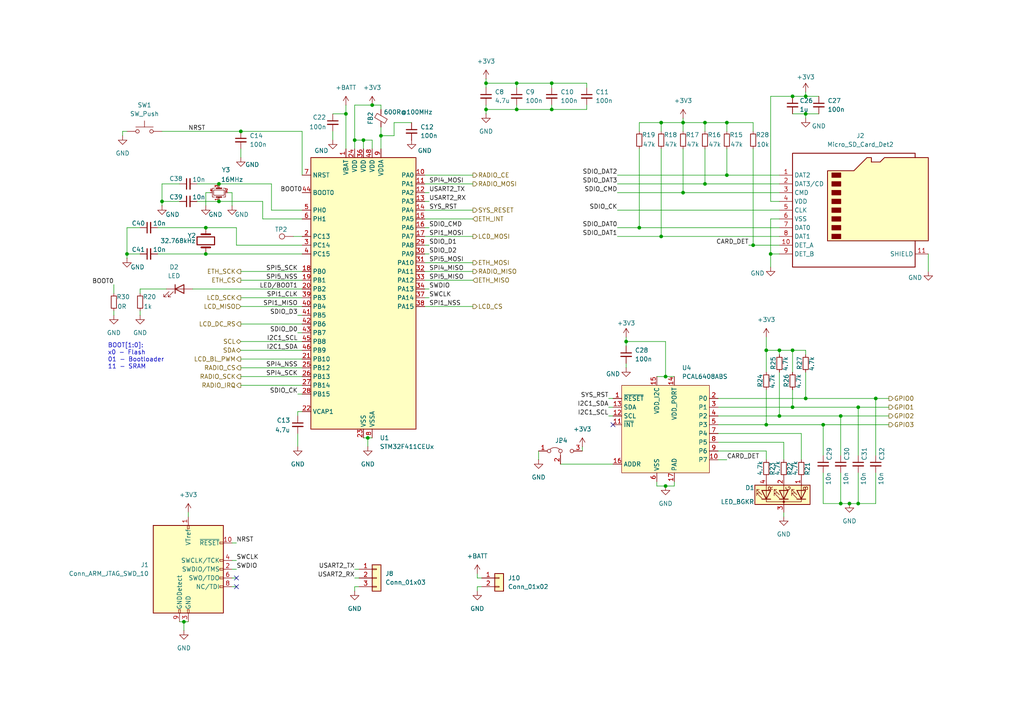
<source format=kicad_sch>
(kicad_sch (version 20231120) (generator "eeschema") (generator_version "8.0")
  (paper "A4")
  (junction (at 204.47 53.34))
  (junction (at 198.12 55.88))
  (junction (at 248.92 118.11))
  (junction (at 229.87 27.94))
  (junction (at 222.25 101.6))
  (junction (at 59.69 66.04))
  (junction (at 105.41 40.64))
  (junction (at 254 115.57))
  (junction (at 246.38 146.05))
  (junction (at 106.68 127))
  (junction (at 63.5 58.42))
  (junction (at 210.82 35.56))
  (junction (at 191.77 35.56))
  (junction (at 198.12 35.56))
  (junction (at 238.76 123.19))
  (junction (at 218.44 71.12))
  (junction (at 110.49 39.37))
  (junction (at 102.87 40.64))
  (junction (at 181.61 99.06))
  (junction (at 46.99 58.42))
  (junction (at 243.84 146.05))
  (junction (at 233.68 115.57))
  (junction (at 233.68 27.94))
  (junction (at 233.68 33.02))
  (junction (at 160.02 31.75))
  (junction (at 222.25 123.19))
  (junction (at 243.84 120.65))
  (junction (at 229.87 101.6))
  (junction (at 63.5 53.34))
  (junction (at 248.92 146.05))
  (junction (at 229.87 118.11))
  (junction (at 204.47 35.56))
  (junction (at 69.85 38.1))
  (junction (at 223.52 73.66))
  (junction (at 226.06 101.6))
  (junction (at 185.42 66.04))
  (junction (at 149.86 24.13))
  (junction (at 193.04 109.22))
  (junction (at 100.33 33.02))
  (junction (at 191.77 68.58))
  (junction (at 160.02 24.13))
  (junction (at 226.06 120.65))
  (junction (at 210.82 50.8))
  (junction (at 140.97 24.13))
  (junction (at 193.04 140.97))
  (junction (at 36.83 73.66))
  (junction (at 149.86 31.75))
  (junction (at 140.97 31.75))
  (junction (at 59.69 73.66))
  (junction (at 53.34 180.34))
  (junction (at 107.95 30.48))
  (no_connect (at 68.58 167.64))
  (no_connect (at 68.58 170.18))
  (no_connect (at 177.8 123.19))
  (wire (pts (xy 179.07 66.04) (xy 185.42 66.04)))
  (wire (pts (xy 46.99 53.34) (xy 52.07 53.34)))
  (wire (pts (xy 238.76 137.16) (xy 238.76 146.05)))
  (wire (pts (xy 226.06 63.5) (xy 223.52 63.5)))
  (wire (pts (xy 254 137.16) (xy 254 146.05)))
  (wire (pts (xy 233.68 102.87) (xy 233.68 101.6)))
  (wire (pts (xy 246.38 146.05) (xy 243.84 146.05)))
  (wire (pts (xy 69.85 101.6) (xy 87.63 101.6)))
  (wire (pts (xy 204.47 35.56) (xy 198.12 35.56)))
  (wire (pts (xy 198.12 35.56) (xy 198.12 38.1)))
  (wire (pts (xy 100.33 33.02) (xy 100.33 43.18)))
  (wire (pts (xy 140.97 24.13) (xy 140.97 25.4)))
  (wire (pts (xy 208.28 120.65) (xy 226.06 120.65)))
  (wire (pts (xy 123.19 76.2) (xy 137.16 76.2)))
  (wire (pts (xy 67.31 170.18) (xy 68.58 170.18)))
  (wire (pts (xy 233.68 107.95) (xy 233.68 115.57)))
  (wire (pts (xy 254 115.57) (xy 257.81 115.57)))
  (wire (pts (xy 195.58 139.7) (xy 195.58 140.97)))
  (wire (pts (xy 208.28 123.19) (xy 222.25 123.19)))
  (wire (pts (xy 123.19 63.5) (xy 137.16 63.5)))
  (wire (pts (xy 193.04 140.97) (xy 195.58 140.97)))
  (wire (pts (xy 46.99 58.42) (xy 46.99 59.69)))
  (wire (pts (xy 110.49 31.75) (xy 110.49 30.48)))
  (wire (pts (xy 179.07 55.88) (xy 198.12 55.88)))
  (wire (pts (xy 114.3 35.56) (xy 114.3 39.37)))
  (wire (pts (xy 60.96 55.88) (xy 59.69 55.88)))
  (wire (pts (xy 223.52 27.94) (xy 223.52 58.42)))
  (wire (pts (xy 57.15 58.42) (xy 63.5 58.42)))
  (wire (pts (xy 78.74 60.96) (xy 78.74 53.34)))
  (wire (pts (xy 229.87 101.6) (xy 226.06 101.6)))
  (wire (pts (xy 229.87 113.03) (xy 229.87 118.11)))
  (wire (pts (xy 160.02 30.48) (xy 160.02 31.75)))
  (wire (pts (xy 123.19 53.34) (xy 137.16 53.34)))
  (wire (pts (xy 85.09 68.58) (xy 87.63 68.58)))
  (wire (pts (xy 248.92 118.11) (xy 248.92 132.08)))
  (wire (pts (xy 54.61 180.34) (xy 53.34 180.34)))
  (wire (pts (xy 105.41 43.18) (xy 105.41 40.64)))
  (wire (pts (xy 67.31 55.88) (xy 67.31 59.69)))
  (wire (pts (xy 233.68 27.94) (xy 237.49 27.94)))
  (wire (pts (xy 191.77 35.56) (xy 185.42 35.56)))
  (wire (pts (xy 198.12 43.18) (xy 198.12 55.88)))
  (wire (pts (xy 193.04 99.06) (xy 181.61 99.06)))
  (wire (pts (xy 36.83 66.04) (xy 40.64 66.04)))
  (wire (pts (xy 226.06 120.65) (xy 243.84 120.65)))
  (wire (pts (xy 210.82 50.8) (xy 226.06 50.8)))
  (wire (pts (xy 123.19 88.9) (xy 137.16 88.9)))
  (wire (pts (xy 227.33 148.59) (xy 227.33 149.86)))
  (wire (pts (xy 107.95 40.64) (xy 105.41 40.64)))
  (wire (pts (xy 36.83 73.66) (xy 36.83 74.93)))
  (wire (pts (xy 156.21 130.81) (xy 156.21 133.35)))
  (wire (pts (xy 229.87 27.94) (xy 233.68 27.94)))
  (wire (pts (xy 238.76 123.19) (xy 257.81 123.19)))
  (wire (pts (xy 40.64 83.82) (xy 40.64 85.09)))
  (wire (pts (xy 69.85 99.06) (xy 87.63 99.06)))
  (wire (pts (xy 63.5 58.42) (xy 76.2 58.42)))
  (wire (pts (xy 176.53 120.65) (xy 177.8 120.65)))
  (wire (pts (xy 105.41 127) (xy 106.68 127)))
  (wire (pts (xy 69.85 109.22) (xy 87.63 109.22)))
  (wire (pts (xy 124.46 73.66) (xy 123.19 73.66)))
  (wire (pts (xy 149.86 25.4) (xy 149.86 24.13)))
  (wire (pts (xy 110.49 39.37) (xy 110.49 43.18)))
  (wire (pts (xy 69.85 38.1) (xy 46.99 38.1)))
  (wire (pts (xy 140.97 31.75) (xy 149.86 31.75)))
  (wire (pts (xy 52.07 58.42) (xy 46.99 58.42)))
  (wire (pts (xy 67.31 165.1) (xy 68.58 165.1)))
  (wire (pts (xy 59.69 66.04) (xy 68.58 66.04)))
  (wire (pts (xy 69.85 111.76) (xy 87.63 111.76)))
  (wire (pts (xy 208.28 125.73) (xy 232.41 125.73)))
  (wire (pts (xy 170.18 30.48) (xy 170.18 31.75)))
  (wire (pts (xy 223.52 27.94) (xy 229.87 27.94)))
  (wire (pts (xy 87.63 63.5) (xy 76.2 63.5)))
  (wire (pts (xy 233.68 33.02) (xy 237.49 33.02)))
  (wire (pts (xy 208.28 133.35) (xy 210.82 133.35)))
  (wire (pts (xy 227.33 128.27) (xy 227.33 133.35)))
  (wire (pts (xy 222.25 107.95) (xy 222.25 101.6)))
  (wire (pts (xy 69.85 88.9) (xy 87.63 88.9)))
  (wire (pts (xy 106.68 129.54) (xy 106.68 127)))
  (wire (pts (xy 149.86 24.13) (xy 140.97 24.13)))
  (wire (pts (xy 218.44 43.18) (xy 218.44 71.12)))
  (wire (pts (xy 223.52 73.66) (xy 226.06 73.66)))
  (wire (pts (xy 46.99 58.42) (xy 46.99 53.34)))
  (wire (pts (xy 243.84 120.65) (xy 257.81 120.65)))
  (wire (pts (xy 233.68 33.02) (xy 233.68 34.29)))
  (wire (pts (xy 36.83 66.04) (xy 36.83 73.66)))
  (wire (pts (xy 138.43 166.37) (xy 138.43 167.64)))
  (wire (pts (xy 102.87 165.1) (xy 104.14 165.1)))
  (wire (pts (xy 67.31 162.56) (xy 68.58 162.56)))
  (wire (pts (xy 238.76 123.19) (xy 238.76 132.08)))
  (wire (pts (xy 208.28 115.57) (xy 233.68 115.57)))
  (wire (pts (xy 110.49 36.83) (xy 110.49 39.37)))
  (wire (pts (xy 233.68 26.67) (xy 233.68 27.94)))
  (wire (pts (xy 176.53 115.57) (xy 177.8 115.57)))
  (wire (pts (xy 87.63 71.12) (xy 68.58 71.12)))
  (wire (pts (xy 254 146.05) (xy 248.92 146.05)))
  (wire (pts (xy 179.07 50.8) (xy 210.82 50.8)))
  (wire (pts (xy 218.44 71.12) (xy 226.06 71.12)))
  (wire (pts (xy 59.69 73.66) (xy 87.63 73.66)))
  (wire (pts (xy 139.7 167.64) (xy 138.43 167.64)))
  (wire (pts (xy 69.85 86.36) (xy 87.63 86.36)))
  (wire (pts (xy 222.25 123.19) (xy 238.76 123.19)))
  (wire (pts (xy 68.58 66.04) (xy 68.58 71.12)))
  (wire (pts (xy 208.28 128.27) (xy 227.33 128.27)))
  (wire (pts (xy 69.85 104.14) (xy 87.63 104.14)))
  (wire (pts (xy 123.19 71.12) (xy 124.46 71.12)))
  (wire (pts (xy 87.63 60.96) (xy 78.74 60.96)))
  (wire (pts (xy 190.5 139.7) (xy 190.5 140.97)))
  (wire (pts (xy 86.36 119.38) (xy 86.36 120.65)))
  (wire (pts (xy 86.36 114.3) (xy 87.63 114.3)))
  (wire (pts (xy 229.87 33.02) (xy 233.68 33.02)))
  (wire (pts (xy 218.44 35.56) (xy 210.82 35.56)))
  (wire (pts (xy 248.92 137.16) (xy 248.92 146.05)))
  (wire (pts (xy 204.47 43.18) (xy 204.47 53.34)))
  (wire (pts (xy 69.85 106.68) (xy 87.63 106.68)))
  (wire (pts (xy 106.68 127) (xy 107.95 127)))
  (wire (pts (xy 170.18 24.13) (xy 170.18 25.4)))
  (wire (pts (xy 232.41 125.73) (xy 232.41 133.35)))
  (wire (pts (xy 67.31 157.48) (xy 68.58 157.48)))
  (wire (pts (xy 40.64 90.17) (xy 40.64 91.44)))
  (wire (pts (xy 119.38 35.56) (xy 114.3 35.56)))
  (wire (pts (xy 59.69 55.88) (xy 59.69 59.69)))
  (wire (pts (xy 149.86 30.48) (xy 149.86 31.75)))
  (wire (pts (xy 33.02 90.17) (xy 33.02 91.44)))
  (wire (pts (xy 149.86 31.75) (xy 160.02 31.75)))
  (wire (pts (xy 254 115.57) (xy 254 132.08)))
  (wire (pts (xy 218.44 38.1) (xy 218.44 35.56)))
  (wire (pts (xy 190.5 109.22) (xy 193.04 109.22)))
  (wire (pts (xy 160.02 24.13) (xy 149.86 24.13)))
  (wire (pts (xy 210.82 35.56) (xy 204.47 35.56)))
  (wire (pts (xy 269.24 73.66) (xy 269.24 78.74)))
  (wire (pts (xy 86.36 91.44) (xy 87.63 91.44)))
  (wire (pts (xy 66.04 55.88) (xy 67.31 55.88)))
  (wire (pts (xy 191.77 35.56) (xy 191.77 38.1)))
  (wire (pts (xy 217.17 71.12) (xy 218.44 71.12)))
  (wire (pts (xy 123.19 81.28) (xy 137.16 81.28)))
  (wire (pts (xy 45.72 66.04) (xy 59.69 66.04)))
  (wire (pts (xy 176.53 118.11) (xy 177.8 118.11)))
  (wire (pts (xy 67.31 167.64) (xy 68.58 167.64)))
  (wire (pts (xy 140.97 22.86) (xy 140.97 24.13)))
  (wire (pts (xy 181.61 97.79) (xy 181.61 99.06)))
  (wire (pts (xy 33.02 82.55) (xy 33.02 85.09)))
  (wire (pts (xy 36.83 73.66) (xy 40.64 73.66)))
  (wire (pts (xy 124.46 86.36) (xy 123.19 86.36)))
  (wire (pts (xy 86.36 96.52) (xy 87.63 96.52)))
  (wire (pts (xy 179.07 53.34) (xy 204.47 53.34)))
  (wire (pts (xy 185.42 35.56) (xy 185.42 38.1)))
  (wire (pts (xy 226.06 101.6) (xy 226.06 102.87)))
  (wire (pts (xy 100.33 30.48) (xy 100.33 33.02)))
  (wire (pts (xy 238.76 146.05) (xy 243.84 146.05)))
  (wire (pts (xy 190.5 140.97) (xy 193.04 140.97)))
  (wire (pts (xy 191.77 43.18) (xy 191.77 68.58)))
  (wire (pts (xy 102.87 30.48) (xy 107.95 30.48)))
  (wire (pts (xy 138.43 170.18) (xy 138.43 171.45)))
  (wire (pts (xy 222.25 113.03) (xy 222.25 123.19)))
  (wire (pts (xy 193.04 109.22) (xy 195.58 109.22)))
  (wire (pts (xy 87.63 119.38) (xy 86.36 119.38)))
  (wire (pts (xy 87.63 50.8) (xy 87.63 38.1)))
  (wire (pts (xy 54.61 148.59) (xy 54.61 149.86)))
  (wire (pts (xy 57.15 53.34) (xy 63.5 53.34)))
  (wire (pts (xy 105.41 40.64) (xy 102.87 40.64)))
  (wire (pts (xy 102.87 167.64) (xy 104.14 167.64)))
  (wire (pts (xy 229.87 118.11) (xy 248.92 118.11)))
  (wire (pts (xy 76.2 63.5) (xy 76.2 58.42)))
  (wire (pts (xy 63.5 53.34) (xy 78.74 53.34)))
  (wire (pts (xy 160.02 25.4) (xy 160.02 24.13)))
  (wire (pts (xy 55.88 83.82) (xy 87.63 83.82)))
  (wire (pts (xy 210.82 38.1) (xy 210.82 35.56)))
  (wire (pts (xy 210.82 43.18) (xy 210.82 50.8)))
  (wire (pts (xy 243.84 120.65) (xy 243.84 132.08)))
  (wire (pts (xy 102.87 30.48) (xy 102.87 40.64)))
  (wire (pts (xy 162.56 134.62) (xy 177.8 134.62)))
  (wire (pts (xy 233.68 101.6) (xy 229.87 101.6)))
  (wire (pts (xy 223.52 73.66) (xy 223.52 77.47)))
  (wire (pts (xy 123.19 50.8) (xy 137.16 50.8)))
  (wire (pts (xy 223.52 63.5) (xy 223.52 73.66)))
  (wire (pts (xy 198.12 55.88) (xy 226.06 55.88)))
  (wire (pts (xy 35.56 39.37) (xy 35.56 38.1)))
  (wire (pts (xy 204.47 35.56) (xy 204.47 38.1)))
  (wire (pts (xy 53.34 180.34) (xy 53.34 182.88)))
  (wire (pts (xy 107.95 30.48) (xy 110.49 30.48)))
  (wire (pts (xy 179.07 60.96) (xy 226.06 60.96)))
  (wire (pts (xy 114.3 39.37) (xy 110.49 39.37)))
  (wire (pts (xy 222.25 101.6) (xy 226.06 101.6)))
  (wire (pts (xy 160.02 24.13) (xy 170.18 24.13)))
  (wire (pts (xy 45.72 73.66) (xy 59.69 73.66)))
  (wire (pts (xy 102.87 170.18) (xy 102.87 171.45)))
  (wire (pts (xy 35.56 38.1) (xy 36.83 38.1)))
  (wire (pts (xy 69.85 78.74) (xy 87.63 78.74)))
  (wire (pts (xy 96.52 33.02) (xy 100.33 33.02)))
  (wire (pts (xy 107.95 43.18) (xy 107.95 40.64)))
  (wire (pts (xy 86.36 125.73) (xy 86.36 129.54)))
  (wire (pts (xy 123.19 58.42) (xy 124.46 58.42)))
  (wire (pts (xy 243.84 146.05) (xy 243.84 137.16)))
  (wire (pts (xy 140.97 31.75) (xy 140.97 33.02)))
  (wire (pts (xy 198.12 34.29) (xy 198.12 35.56)))
  (wire (pts (xy 222.25 133.35) (xy 222.25 130.81)))
  (wire (pts (xy 52.07 180.34) (xy 53.34 180.34)))
  (wire (pts (xy 185.42 66.04) (xy 226.06 66.04)))
  (wire (pts (xy 124.46 66.04) (xy 123.19 66.04)))
  (wire (pts (xy 160.02 31.75) (xy 170.18 31.75)))
  (wire (pts (xy 69.85 81.28) (xy 87.63 81.28)))
  (wire (pts (xy 123.19 83.82) (xy 124.46 83.82)))
  (wire (pts (xy 181.61 99.06) (xy 181.61 100.33)))
  (wire (pts (xy 181.61 105.41) (xy 181.61 106.68)))
  (wire (pts (xy 168.91 129.54) (xy 168.91 130.81)))
  (wire (pts (xy 233.68 115.57) (xy 254 115.57)))
  (wire (pts (xy 69.85 43.18) (xy 69.85 45.72)))
  (wire (pts (xy 123.19 55.88) (xy 124.46 55.88)))
  (wire (pts (xy 139.7 170.18) (xy 138.43 170.18)))
  (wire (pts (xy 104.14 170.18) (xy 102.87 170.18)))
  (wire (pts (xy 226.06 58.42) (xy 223.52 58.42)))
  (wire (pts (xy 204.47 53.34) (xy 226.06 53.34)))
  (wire (pts (xy 87.63 38.1) (xy 69.85 38.1)))
  (wire (pts (xy 191.77 68.58) (xy 226.06 68.58)))
  (wire (pts (xy 123.19 78.74) (xy 137.16 78.74)))
  (wire (pts (xy 96.52 38.1) (xy 96.52 40.64)))
  (wire (pts (xy 140.97 30.48) (xy 140.97 31.75)))
  (wire (pts (xy 222.25 97.79) (xy 222.25 101.6)))
  (wire (pts (xy 198.12 35.56) (xy 191.77 35.56)))
  (wire (pts (xy 179.07 68.58) (xy 191.77 68.58)))
  (wire (pts (xy 40.64 83.82) (xy 48.26 83.82)))
  (wire (pts (xy 69.85 93.98) (xy 87.63 93.98)))
  (wire (pts (xy 248.92 146.05) (xy 246.38 146.05)))
  (wire (pts (xy 226.06 107.95) (xy 226.06 120.65)))
  (wire (pts (xy 123.19 60.96) (xy 137.16 60.96)))
  (wire (pts (xy 193.04 99.06) (xy 193.04 109.22)))
  (wire (pts (xy 185.42 43.18) (xy 185.42 66.04)))
  (wire (pts (xy 123.19 68.58) (xy 137.16 68.58)))
  (wire (pts (xy 229.87 107.95) (xy 229.87 101.6)))
  (wire (pts (xy 208.28 118.11) (xy 229.87 118.11)))
  (wire (pts (xy 248.92 118.11) (xy 257.81 118.11)))
  (wire (pts (xy 222.25 130.81) (xy 208.28 130.81)))
  (wire (pts (xy 102.87 40.64) (xy 102.87 43.18)))
  (text "BOOT[1:0]:\nx0 - Flash\n01 - Bootloader\n11 - SRAM\n" (at 31.242 103.378 0) (effects (font (size 1.27 1.27)) (justify left)))
  (label "SPI5_MOSI" (at 124.46 76.2 0))
  (label "SPI1_NSS" (at 124.46 88.9 0))
  (label "NRST" (at 54.61 38.1 0))
  (label "SWCLK" (at 124.46 86.36 0))
  (label "I2C1_SDA" (at 86.36 101.6 180))
  (label "SDIO_DAT1" (at 179.07 68.58 180))
  (label "SPI4_SCK" (at 86.36 109.22 180))
  (label "BOOT0" (at 87.63 55.88 180))
  (label "SWCLK" (at 68.58 162.56 0))
  (label "SPI4_MISO" (at 124.46 78.74 0))
  (label "BOOT0" (at 33.02 82.55 180))
  (label "USART2_RX" (at 124.46 58.42 0))
  (label "SPI5_MISO" (at 124.46 81.28 0))
  (label "SDIO_CMD" (at 179.07 55.88 180))
  (label "USART2_RX" (at 102.87 167.64 180))
  (label "SDIO_D2" (at 124.46 73.66 0))
  (label "SWDIO" (at 68.58 165.1 0))
  (label "I2C1_SDA" (at 176.53 118.11 180))
  (label "SPI1_MOSI" (at 124.46 68.58 0))
  (label "SPI4_MOSI" (at 124.46 53.34 0))
  (label "SDIO_D3" (at 86.36 91.44 180))
  (label "CARD_DET" (at 217.17 71.12 180))
  (label "SPI4_NSS" (at 86.36 106.68 180))
  (label "I2C1_SCL" (at 176.53 120.65 180))
  (label "SYS_RST" (at 176.53 115.57 180))
  (label "SDIO_DAT3" (at 179.07 53.34 180))
  (label "SYS_RST" (at 124.46 60.96 0))
  (label "SDIO_DAT2" (at 179.07 50.8 180))
  (label "LED{slash}BOOT1" (at 86.36 83.82 180))
  (label "SDIO_D1" (at 124.46 71.12 0))
  (label "USART2_TX" (at 124.46 55.88 0))
  (label "USART2_TX" (at 102.87 165.1 180))
  (label "SPI1_CLK" (at 86.36 86.36 180))
  (label "SPI1_MISO" (at 86.36 88.9 180))
  (label "SWDIO" (at 124.46 83.82 0))
  (label "I2C1_SCL" (at 86.36 99.06 180))
  (label "SDIO_DAT0" (at 179.07 66.04 180))
  (label "CARD_DET" (at 210.82 133.35 0))
  (label "SDIO_CK" (at 179.07 60.96 180))
  (label "SDIO_CMD" (at 124.46 66.04 0))
  (label "NRST" (at 68.58 157.48 0))
  (label "SDIO_D0" (at 86.36 96.52 180))
  (label "SDIO_CK" (at 86.36 114.3 180))
  (label "SPI5_SCK" (at 86.36 78.74 180))
  (label "SPI5_NSS" (at 86.36 81.28 180))
  (hierarchical_label "RADIO_IRQ" (shape output) (at 69.85 111.76 180))
  (hierarchical_label "GPIO1" (shape output) (at 257.81 118.11 0))
  (hierarchical_label "SCL" (shape bidirectional) (at 69.85 99.06 180))
  (hierarchical_label "GPIO2" (shape output) (at 257.81 120.65 0))
  (hierarchical_label "RADIO_SCK" (shape output) (at 69.85 109.22 180))
  (hierarchical_label "LCD_CS" (shape output) (at 137.16 88.9 0))
  (hierarchical_label "LCD_MOSI" (shape output) (at 137.16 68.58 0))
  (hierarchical_label "GPIO0" (shape output) (at 257.81 115.57 0))
  (hierarchical_label "ETH_CS" (shape output) (at 69.85 81.28 180))
  (hierarchical_label "LCD_DC_RS" (shape output) (at 69.85 93.98 180))
  (hierarchical_label "LCD_SCK" (shape output) (at 69.85 86.36 180))
  (hierarchical_label "ETH_SCK" (shape output) (at 69.85 78.74 180))
  (hierarchical_label "ETH_INT" (shape input) (at 137.16 63.5 0))
  (hierarchical_label "GPIO3" (shape output) (at 257.81 123.19 0))
  (hierarchical_label "LCD_BL_PWM" (shape output) (at 69.85 104.14 180))
  (hierarchical_label "LCD_MISO" (shape input) (at 69.85 88.9 180))
  (hierarchical_label "RADIO_CS" (shape output) (at 69.85 106.68 180))
  (hierarchical_label "ETH_MISO" (shape input) (at 137.16 81.28 0))
  (hierarchical_label "RADIO_MISO" (shape output) (at 137.16 78.74 0))
  (hierarchical_label "SDA" (shape bidirectional) (at 69.85 101.6 180))
  (hierarchical_label "ETH_MOSI" (shape output) (at 137.16 76.2 0))
  (hierarchical_label "RADIO_CE" (shape output) (at 137.16 50.8 0))
  (hierarchical_label "RADIO_MOSI" (shape output) (at 137.16 53.34 0))
  (hierarchical_label "SYS_RESET" (shape output) (at 137.16 60.96 0))
  (symbol (lib_id "Device:C_Small") (at 229.87 30.48 0) (unit 1)
    (property "Reference" "C26" (at 231.902 29.21 0) (effects (justify left)))
    (property "Value" "1u" (at 231.902 31.75 0) (effects (justify left)))
    (property "Footprint" "Capacitor_SMD:C_0603_1608Metric" (effects (hide yes)))
    (property "Description" "Unpolarized capacitor, small symbol" (effects (hide yes)))
  )
  (symbol (lib_id "power:GND") (at 40.64 91.44 0) (unit 1)
    (property "Reference" "#PWR55" (effects (hide yes)))
    (property "Value" "GND" (at 40.64 96.52 0))
    (property "Description" "Power symbol creates a global label with name \"GND\" , ground" (effects (hide yes)))
  )
  (symbol (lib_id "Device:R_Small") (at 33.02 87.63 0) (unit 1)
    (property "Reference" "R30" (at 33.782 86.106 0) (effects (justify left)))
    (property "Value" "0R" (at 34.036 88.9 0) (effects (justify left)))
    (property "Footprint" "Resistor_SMD:R_0603_1608Metric" (effects (hide yes)))
    (property "Description" "Resistor, small symbol" (effects (hide yes)))
  )
  (symbol (lib_id "Device:C_Small") (at 160.02 27.94 0) (unit 1)
    (property "Reference" "C10" (at 162.56 26.6762 0) (effects (justify left)))
    (property "Value" "100n" (at 162.56 29.2162 0) (effects (justify left)))
    (property "Footprint" "Capacitor_SMD:C_0603_1608Metric" (effects (hide yes)))
    (property "Description" "Unpolarized capacitor, small symbol" (effects (hide yes)))
  )
  (symbol (lib_id "power:GND") (at 46.99 59.69 0) (unit 1)
    (property "Reference" "#PWR82" (effects (hide yes)))
    (property "Value" "GND" (at 50.038 62.23 0))
    (property "Description" "Power symbol creates a global label with name \"GND\" , ground" (effects (hide yes)))
  )
  (symbol (lib_id "Device:R_Small") (at 40.64 87.63 0) (unit 1)
    (property "Reference" "R20" (at 41.402 86.106 0) (effects (justify left)))
    (property "Value" "1k" (at 41.656 88.9 0) (effects (justify left)))
    (property "Footprint" "Resistor_SMD:R_0603_1608Metric" (effects (hide yes)))
    (property "Description" "Resistor, small symbol" (effects (hide yes)))
  )
  (symbol (lib_id "power:GND") (at 67.31 59.69 0) (unit 1)
    (property "Reference" "#PWR83" (effects (hide yes)))
    (property "Value" "GND" (at 70.104 62.23 0))
    (property "Description" "Power symbol creates a global label with name \"GND\" , ground" (effects (hide yes)))
  )
  (symbol (lib_id "power:GND") (at 269.24 78.74 0) (unit 1)
    (property "Reference" "#PWR51" (effects (hide yes)))
    (property "Value" "GND" (at 265.43 80.518 0))
    (property "Description" "Power symbol creates a global label with name \"GND\" , ground" (effects (hide yes)))
  )
  (symbol (lib_id "Device:R_Small") (at 229.87 110.49 180) (unit 1)
    (property "Reference" "R26" (at 228.092 108.458 90) (effects (justify left)))
    (property "Value" "4.7k" (at 231.648 108.458 90) (effects (justify left)))
    (property "Footprint" "Resistor_SMD:R_0603_1608Metric" (effects (hide yes)))
    (property "Description" "Resistor, small symbol" (effects (hide yes)))
  )
  (symbol (lib_id "Device:R_Small") (at 218.44 40.64 0) (unit 1)
    (property "Reference" "R28" (at 219.202 39.116 0) (effects (justify left)))
    (property "Value" "10k" (at 219.456 41.91 0) (effects (justify left)))
    (property "Footprint" "Resistor_SMD:R_0603_1608Metric" (effects (hide yes)))
    (property "Description" "Resistor, small symbol" (effects (hide yes)))
  )
  (symbol (lib_id "power:+BATT") (at 138.43 166.37 0) (unit 1)
    (property "Reference" "#PWR88" (effects (hide yes)))
    (property "Value" "+BATT" (at 138.43 161.29 0))
    (property "Description" "Power symbol creates a global label with name \"+BATT\"" (effects (hide yes)))
  )
  (symbol (lib_id "power:+3V3") (at 222.25 97.79 0) (unit 1)
    (property "Reference" "#PWR58" (effects (hide yes)))
    (property "Value" "+3V3" (at 222.25 92.71 0))
    (property "Description" "Power symbol creates a global label with name \"+3V3\"" (effects (hide yes)))
  )
  (symbol (lib_id "power:GND") (at 119.38 40.64 0) (unit 1)
    (property "Reference" "#PWR32" (effects (hide yes)))
    (property "Value" "GND" (at 123.19 43.688 0))
    (property "Description" "Power symbol creates a global label with name \"GND\" , ground" (effects (hide yes)))
  )
  (symbol (lib_id "Device:C_Small") (at 254 134.62 0) (unit 1)
    (property "Reference" "C32" (at 255.778 133.604 90) (effects (justify left)))
    (property "Value" "10n" (at 255.524 140.716 90) (effects (justify left)))
    (property "Footprint" "Capacitor_SMD:C_0603_1608Metric" (effects (hide yes)))
    (property "Description" "Unpolarized capacitor, small symbol" (effects (hide yes)))
  )
  (symbol (lib_id "sensor-hub-lib:PCAL6408ABS") (at 193.04 124.46 0) (unit 1)
    (property "Reference" "U4" (at 197.7741 106.68 0) (effects (justify left)))
    (property "Value" "PCAL6408ABS" (at 197.7741 109.22 0) (effects (justify left)))
    (property "Footprint" "Package_DFN_QFN:QFN-16-1EP_3x3mm_P0.5mm_EP1.45x1.45mm" (effects (hide yes)))
  )
  (symbol (lib_id "Device:C_Small") (at 181.61 102.87 0) (unit 1)
    (property "Reference" "C28" (at 184.15 101.6062 0) (effects (justify left)))
    (property "Value" "100n" (at 184.15 104.1462 0) (effects (justify left)))
    (property "Footprint" "Capacitor_SMD:C_0603_1608Metric" (effects (hide yes)))
    (property "Description" "Unpolarized capacitor, small symbol" (effects (hide yes)))
  )
  (symbol (lib_id "Device:C_Small") (at 243.84 134.62 0) (unit 1)
    (property "Reference" "C30" (at 245.618 133.604 90) (effects (justify left)))
    (property "Value" "10n" (at 245.364 140.716 90) (effects (justify left)))
    (property "Footprint" "Capacitor_SMD:C_0603_1608Metric" (effects (hide yes)))
    (property "Description" "Unpolarized capacitor, small symbol" (effects (hide yes)))
  )
  (symbol (lib_id "Device:C_Small") (at 54.61 53.34 90) (unit 1)
    (property "Reference" "C38" (at 51.054 51.816 90))
    (property "Value" "10n" (at 57.658 52.07 90))
    (property "Footprint" "Capacitor_SMD:C_0603_1608Metric" (effects (hide yes)))
    (property "Description" "Unpolarized capacitor, small symbol" (effects (hide yes)))
  )
  (symbol (lib_id "power:+BATT") (at 100.33 30.48 0) (unit 1)
    (property "Reference" "#PWR33" (effects (hide yes)))
    (property "Value" "+BATT" (at 100.33 25.4 0))
    (property "Description" "Power symbol creates a global label with name \"+BATT\"" (effects (hide yes)))
  )
  (symbol (lib_id "Device:C_Small") (at 149.86 27.94 0) (unit 1)
    (property "Reference" "C9" (at 152.4 26.6762 0) (effects (justify left)))
    (property "Value" "100n" (at 152.4 29.2162 0) (effects (justify left)))
    (property "Footprint" "Capacitor_SMD:C_0603_1608Metric" (effects (hide yes)))
    (property "Description" "Unpolarized capacitor, small symbol" (effects (hide yes)))
  )
  (symbol (lib_id "power:GND") (at 96.52 40.64 0) (unit 1)
    (property "Reference" "#PWR34" (effects (hide yes)))
    (property "Value" "GND" (at 93.218 43.688 0))
    (property "Description" "Power symbol creates a global label with name \"GND\" , ground" (effects (hide yes)))
  )
  (symbol (lib_id "power:GND") (at 233.68 34.29 0) (unit 1)
    (property "Reference" "#PWR48" (effects (hide yes)))
    (property "Value" "GND" (at 237.49 36.576 0))
    (property "Description" "Power symbol creates a global label with name \"GND\" , ground" (effects (hide yes)))
  )
  (symbol (lib_id "power:GND") (at 106.68 129.54 0) (unit 1)
    (property "Reference" "#PWR7" (effects (hide yes)))
    (property "Value" "GND" (at 106.68 134.62 0))
    (property "Description" "Power symbol creates a global label with name \"GND\" , ground" (effects (hide yes)))
  )
  (symbol (lib_id "power:GND") (at 138.43 171.45 0) (unit 1)
    (property "Reference" "#PWR87" (effects (hide yes)))
    (property "Value" "GND" (at 138.43 176.53 0))
    (property "Description" "Power symbol creates a global label with name \"GND\" , ground" (effects (hide yes)))
  )
  (symbol (lib_id "Device:LED") (at 52.07 83.82 0) (unit 1)
    (property "Reference" "D2" (at 50.4825 77.47 0))
    (property "Value" "LED" (at 50.4825 80.01 0))
    (property "Footprint" "LED_SMD:LED_0603_1608Metric" (effects (hide yes)))
    (property "Description" "Light emitting diode" (effects (hide yes)))
  )
  (symbol (lib_id "power:+3V3") (at 168.91 129.54 0) (unit 1)
    (property "Reference" "#PWR52" (effects (hide yes)))
    (property "Value" "+3V3" (at 168.91 124.46 0))
    (property "Description" "Power symbol creates a global label with name \"+3V3\"" (effects (hide yes)))
  )
  (symbol (lib_id "Device:R_Small") (at 185.42 40.64 0) (unit 1)
    (property "Reference" "R19" (at 186.182 39.116 0) (effects (justify left)))
    (property "Value" "47k" (at 186.436 41.91 0) (effects (justify left)))
    (property "Footprint" "Resistor_SMD:R_0603_1608Metric" (effects (hide yes)))
    (property "Description" "Resistor, small symbol" (effects (hide yes)))
  )
  (symbol (lib_id "Device:C_Small") (at 43.18 66.04 90) (unit 1)
    (property "Reference" "C40" (at 40.132 64.77 90))
    (property "Value" "10n" (at 46.228 64.77 90))
    (property "Footprint" "Capacitor_SMD:C_0603_1608Metric" (effects (hide yes)))
    (property "Description" "Unpolarized capacitor, small symbol" (effects (hide yes)))
  )
  (symbol (lib_id "Device:C_Small") (at 248.92 134.62 0) (unit 1)
    (property "Reference" "C31" (at 250.698 133.604 90) (effects (justify left)))
    (property "Value" "10n" (at 250.444 140.716 90) (effects (justify left)))
    (property "Footprint" "Capacitor_SMD:C_0603_1608Metric" (effects (hide yes)))
    (property "Description" "Unpolarized capacitor, small symbol" (effects (hide yes)))
  )
  (symbol (lib_id "Device:C_Small") (at 43.18 73.66 90) (unit 1)
    (property "Reference" "C41" (at 40.132 72.39 90))
    (property "Value" "10n" (at 46.228 72.39 90))
    (property "Footprint" "Capacitor_SMD:C_0603_1608Metric" (effects (hide yes)))
    (property "Description" "Unpolarized capacitor, small symbol" (effects (hide yes)))
  )
  (symbol (lib_id "Connector:Micro_SD_Card_Det2") (at 248.92 60.96 0) (unit 1)
    (property "Reference" "J2" (at 249.555 39.37 0))
    (property "Value" "Micro_SD_Card_Det2" (at 249.555 41.91 0))
    (property "Footprint" "sensor-hub-footprints:MicroSD_Det2" (effects (hide yes)))
    (property "Datasheet" "https://www.hirose.com/en/product/document?clcode=&productname=&series=DM3&documenttype=Catalog&lang=en&documentid=D49662_en" (effects (hide yes)))
    (property "Description" "Micro SD Card Socket with two card detection pins" (effects (hide yes)))
  )
  (symbol (lib_id "power:GND") (at 35.56 39.37 0) (unit 1)
    (property "Reference" "#PWR14" (effects (hide yes)))
    (property "Value" "GND" (at 35.56 44.45 0))
    (property "Description" "Power symbol creates a global label with name \"GND\" , ground" (effects (hide yes)))
  )
  (symbol (lib_id "Device:Crystal") (at 59.69 69.85 270) (unit 1)
    (property "Reference" "Y2" (at 54.356 68.326 90) (effects (justify left)))
    (property "Value" "32.768kHz" (at 46.482 69.85 90) (effects (justify left)))
    (property "Footprint" "Crystal:Crystal_SMD_3215-2Pin_3.2x1.5mm" (effects (hide yes)))
    (property "Description" "Two pin crystal" (effects (hide yes)))
  )
  (symbol (lib_id "Device:R_Small") (at 233.68 105.41 180) (unit 1)
    (property "Reference" "R27" (at 231.902 103.378 90) (effects (justify left)))
    (property "Value" "4.7k" (at 235.458 103.378 90) (effects (justify left)))
    (property "Footprint" "Resistor_SMD:R_0603_1608Metric" (effects (hide yes)))
    (property "Description" "Resistor, small symbol" (effects (hide yes)))
  )
  (symbol (lib_id "Connector_Generic:Conn_01x03") (at 109.22 167.64 0) (unit 1)
    (property "Reference" "J8" (at 111.76 166.3699 0) (effects (justify left)))
    (property "Value" "Conn_01x03" (at 111.76 168.9099 0) (effects (justify left)))
    (property "Footprint" "Connector_PinHeader_2.54mm:PinHeader_1x03_P2.54mm_Vertical" (effects (hide yes)))
    (property "Description" "Generic connector, single row, 01x03, script generated (kicad-library-utils/schlib/autogen/connector/)" (effects (hide yes)))
  )
  (symbol (lib_id "Device:C_Small") (at 54.61 58.42 90) (unit 1)
    (property "Reference" "C39" (at 51.054 57.15 90))
    (property "Value" "10n" (at 57.658 57.15 90))
    (property "Footprint" "Capacitor_SMD:C_0603_1608Metric" (effects (hide yes)))
    (property "Description" "Unpolarized capacitor, small symbol" (effects (hide yes)))
  )
  (symbol (lib_id "power:GND") (at 246.38 146.05 0) (unit 1)
    (property "Reference" "#PWR59" (effects (hide yes)))
    (property "Value" "GND" (at 246.38 151.13 0))
    (property "Description" "Power symbol creates a global label with name \"GND\" , ground" (effects (hide yes)))
  )
  (symbol (lib_id "power:GND") (at 59.69 59.69 0) (unit 1)
    (property "Reference" "#PWR84" (effects (hide yes)))
    (property "Value" "GND" (at 62.484 62.23 0))
    (property "Description" "Power symbol creates a global label with name \"GND\" , ground" (effects (hide yes)))
  )
  (symbol (lib_id "Device:C_Small") (at 170.18 27.94 0) (unit 1)
    (property "Reference" "C11" (at 172.72 26.6762 0) (effects (justify left)))
    (property "Value" "100n" (at 172.72 29.2162 0) (effects (justify left)))
    (property "Footprint" "Capacitor_SMD:C_0603_1608Metric" (effects (hide yes)))
    (property "Description" "Unpolarized capacitor, small symbol" (effects (hide yes)))
  )
  (symbol (lib_id "power:GND") (at 193.04 140.97 0) (unit 1)
    (property "Reference" "#PWR50" (effects (hide yes)))
    (property "Value" "GND" (at 193.04 146.05 0))
    (property "Description" "Power symbol creates a global label with name \"GND\" , ground" (effects (hide yes)))
  )
  (symbol (lib_id "Jumper:Jumper_3_Bridged12") (at 162.56 130.81 0) (unit 1) (exclude_from_sim yes) (in_bom no)
    (property "Reference" "JP4" (at 162.814 127.762 0))
    (property "Value" "~" (at 162.56 128.27 0))
    (property "Footprint" "Jumper:SolderJumper-3_P1.3mm_Bridged12_RoundedPad1.0x1.5mm" (effects (hide yes)))
    (property "Description" "Jumper, 3-pole, pins 1+2 closed/bridged" (effects (hide yes)))
  )
  (symbol (lib_id "Device:C_Small") (at 86.36 123.19 0) (unit 1)
    (property "Reference" "C13" (at 80.264 121.92 0) (effects (justify left)))
    (property "Value" "4.7u" (at 79.756 124.714 0) (effects (justify left)))
    (property "Footprint" "Capacitor_SMD:C_0603_1608Metric" (effects (hide yes)))
    (property "Description" "Unpolarized capacitor, small symbol" (effects (hide yes)))
  )
  (symbol (lib_id "Device:R_Small") (at 227.33 135.89 0) (unit 1)
    (property "Reference" "R22" (at 229.108 137.922 90) (effects (justify left)))
    (property "Value" "4.7k" (at 225.552 137.922 90) (effects (justify left)))
    (property "Footprint" "Resistor_SMD:R_0603_1608Metric" (effects (hide yes)))
    (property "Description" "Resistor, small symbol" (effects (hide yes)))
  )
  (symbol (lib_id "Device:C_Small") (at 96.52 35.56 0) (unit 1)
    (property "Reference" "C22" (at 90.678 34.036 0) (effects (justify left)))
    (property "Value" "100n" (at 89.662 36.83 0) (effects (justify left)))
    (property "Footprint" "Capacitor_SMD:C_0603_1608Metric" (effects (hide yes)))
    (property "Description" "Unpolarized capacitor, small symbol" (effects (hide yes)))
  )
  (symbol (lib_id "Connector_Generic:Conn_01x02") (at 144.78 167.64 0) (unit 1)
    (property "Reference" "J10" (at 147.32 167.6399 0) (effects (justify left)))
    (property "Value" "Conn_01x02" (at 147.32 170.1799 0) (effects (justify left)))
    (property "Footprint" "Battery:BatteryHolder_MYOUNG_BS-07-A1BJ001_CR2032" (effects (hide yes)))
    (property "Description" "Generic connector, single row, 01x02, script generated (kicad-library-utils/schlib/autogen/connector/)" (effects (hide yes)))
  )
  (symbol (lib_id "Device:R_Small") (at 191.77 40.64 0) (unit 1)
    (property "Reference" "R18" (at 192.532 39.116 0) (effects (justify left)))
    (property "Value" "47k" (at 192.786 41.91 0) (effects (justify left)))
    (property "Footprint" "Resistor_SMD:R_0603_1608Metric" (effects (hide yes)))
    (property "Description" "Resistor, small symbol" (effects (hide yes)))
  )
  (symbol (lib_id "power:GND") (at 181.61 106.68 0) (unit 1)
    (property "Reference" "#PWR57" (effects (hide yes)))
    (property "Value" "GND" (at 177.8 108.458 0))
    (property "Description" "Power symbol creates a global label with name \"GND\" , ground" (effects (hide yes)))
  )
  (symbol (lib_id "power:GND") (at 156.21 133.35 0) (unit 1)
    (property "Reference" "#PWR53" (effects (hide yes)))
    (property "Value" "GND" (at 156.21 138.43 0))
    (property "Description" "Power symbol creates a global label with name \"GND\" , ground" (effects (hide yes)))
  )
  (symbol (lib_id "power:GND") (at 86.36 129.54 0) (unit 1)
    (property "Reference" "#PWR10" (effects (hide yes)))
    (property "Value" "GND" (at 86.36 134.62 0))
    (property "Description" "Power symbol creates a global label with name \"GND\" , ground" (effects (hide yes)))
  )
  (symbol (lib_id "Device:C_Small") (at 119.38 38.1 0) (unit 1)
    (property "Reference" "C12" (at 121.92 36.8362 0) (effects (justify left)))
    (property "Value" "100n" (at 121.92 39.3762 0) (effects (justify left)))
    (property "Footprint" "Capacitor_SMD:C_0603_1608Metric" (effects (hide yes)))
    (property "Description" "Unpolarized capacitor, small symbol" (effects (hide yes)))
  )
  (symbol (lib_id "power:+3V3") (at 107.95 30.48 0) (unit 1)
    (property "Reference" "#PWR12" (effects (hide yes)))
    (property "Value" "+3V3" (at 107.95 25.4 0))
    (property "Description" "Power symbol creates a global label with name \"+3V3\"" (effects (hide yes)))
  )
  (symbol (lib_id "power:GND") (at 53.34 182.88 0) (unit 1)
    (property "Reference" "#PWR8" (effects (hide yes)))
    (property "Value" "GND" (at 53.34 187.96 0))
    (property "Description" "Power symbol creates a global label with name \"GND\" , ground" (effects (hide yes)))
  )
  (symbol (lib_id "Connector:Conn_ARM_JTAG_SWD_10") (at 54.61 165.1 0) (unit 1)
    (property "Reference" "J1" (at 43.18 163.8299 0) (effects (justify right)))
    (property "Value" "Conn_ARM_JTAG_SWD_10" (at 43.18 166.3699 0) (effects (justify right)))
    (property "Footprint" "Connector_PinHeader_1.27mm:PinHeader_2x05_P1.27mm_Vertical_SMD" (effects (hide yes)))
    (property "Datasheet" "http://infocenter.arm.com/help/topic/com.arm.doc.ddi0314h/DDI0314H_coresight_components_trm.pdf" (effects (hide yes)))
    (property "Description" "Cortex Debug Connector, standard ARM Cortex-M SWD and JTAG interface" (effects (hide yes)))
  )
  (symbol (lib_id "Device:C_Small") (at 238.76 134.62 0) (unit 1)
    (property "Reference" "C29" (at 240.538 133.604 90) (effects (justify left)))
    (property "Value" "10n" (at 240.284 140.716 90) (effects (justify left)))
    (property "Footprint" "Capacitor_SMD:C_0603_1608Metric" (effects (hide yes)))
    (property "Description" "Unpolarized capacitor, small symbol" (effects (hide yes)))
  )
  (symbol (lib_id "power:+3V3") (at 198.12 34.29 0) (unit 1)
    (property "Reference" "#PWR47" (effects (hide yes)))
    (property "Value" "+3V3" (at 198.12 29.21 0))
    (property "Description" "Power symbol creates a global label with name \"+3V3\"" (effects (hide yes)))
  )
  (symbol (lib_id "Device:C_Small") (at 237.49 30.48 0) (unit 1)
    (property "Reference" "C27" (at 240.03 29.2162 0) (effects (justify left)))
    (property "Value" "100n" (at 240.03 31.7562 0) (effects (justify left)))
    (property "Footprint" "Capacitor_SMD:C_0603_1608Metric" (effects (hide yes)))
    (property "Description" "Unpolarized capacitor, small symbol" (effects (hide yes)))
  )
  (symbol (lib_id "power:GND") (at 36.83 74.93 0) (unit 1)
    (property "Reference" "#PWR86" (effects (hide yes)))
    (property "Value" "GND" (at 39.878 77.47 0))
    (property "Description" "Power symbol creates a global label with name \"GND\" , ground" (effects (hide yes)))
  )
  (symbol (lib_id "Device:R_Small") (at 222.25 110.49 180) (unit 1)
    (property "Reference" "R24" (at 220.472 108.458 90) (effects (justify left)))
    (property "Value" "4.7k" (at 224.028 108.458 90) (effects (justify left)))
    (property "Footprint" "Resistor_SMD:R_0603_1608Metric" (effects (hide yes)))
    (property "Description" "Resistor, small symbol" (effects (hide yes)))
  )
  (symbol (lib_id "Device:FerriteBead_Small") (at 110.49 34.29 180) (unit 1)
    (property "Reference" "FB2" (at 107.442 34.29 90))
    (property "Value" "600R@100MHz" (at 118.364 32.512 0))
    (property "Footprint" "Inductor_SMD:L_0603_1608Metric" (effects (hide yes)))
    (property "Description" "Ferrite bead, small symbol" (effects (hide yes)))
  )
  (symbol (lib_id "power:+3V3") (at 54.61 148.59 0) (unit 1)
    (property "Reference" "#PWR13" (effects (hide yes)))
    (property "Value" "+3V3" (at 54.61 143.51 0))
    (property "Description" "Power symbol creates a global label with name \"+3V3\"" (effects (hide yes)))
  )
  (symbol (lib_id "Device:C_Small") (at 69.85 40.64 0) (unit 1)
    (property "Reference" "C14" (at 72.39 39.3762 0) (effects (justify left)))
    (property "Value" "100n" (at 72.39 41.9162 0) (effects (justify left)))
    (property "Footprint" "Capacitor_SMD:C_0603_1608Metric" (effects (hide yes)))
    (property "Description" "Unpolarized capacitor, small symbol" (effects (hide yes)))
  )
  (symbol (lib_id "power:GND") (at 140.97 33.02 0) (unit 1)
    (property "Reference" "#PWR11" (effects (hide yes)))
    (property "Value" "GND" (at 140.97 38.1 0))
    (property "Description" "Power symbol creates a global label with name \"GND\" , ground" (effects (hide yes)))
  )
  (symbol (lib_id "power:GND") (at 33.02 91.44 0) (unit 1)
    (property "Reference" "#PWR61" (effects (hide yes)))
    (property "Value" "GND" (at 33.02 96.52 0))
    (property "Description" "Power symbol creates a global label with name \"GND\" , ground" (effects (hide yes)))
  )
  (symbol (lib_id "power:GND") (at 227.33 149.86 0) (unit 1)
    (property "Reference" "#PWR54" (effects (hide yes)))
    (property "Value" "GND" (at 227.33 154.94 0))
    (property "Description" "Power symbol creates a global label with name \"GND\" , ground" (effects (hide yes)))
  )
  (symbol (lib_id "Device:R_Small") (at 198.12 40.64 0) (unit 1)
    (property "Reference" "R17" (at 198.882 39.116 0) (effects (justify left)))
    (property "Value" "47k" (at 199.136 41.91 0) (effects (justify left)))
    (property "Footprint" "Resistor_SMD:R_0603_1608Metric" (effects (hide yes)))
    (property "Description" "Resistor, small symbol" (effects (hide yes)))
  )
  (symbol (lib_id "Device:R_Small") (at 226.06 105.41 180) (unit 1)
    (property "Reference" "R25" (at 224.282 103.378 90) (effects (justify left)))
    (property "Value" "4.7k" (at 227.838 103.378 90) (effects (justify left)))
    (property "Footprint" "Resistor_SMD:R_0603_1608Metric" (effects (hide yes)))
    (property "Description" "Resistor, small symbol" (effects (hide yes)))
  )
  (symbol (lib_id "Device:R_Small") (at 222.25 135.89 0) (unit 1)
    (property "Reference" "R23" (at 224.028 137.922 90) (effects (justify left)))
    (property "Value" "4.7k" (at 220.472 137.922 90) (effects (justify left)))
    (property "Footprint" "Resistor_SMD:R_0603_1608Metric" (effects (hide yes)))
    (property "Description" "Resistor, small symbol" (effects (hide yes)))
  )
  (symbol (lib_id "Device:R_Small") (at 204.47 40.64 0) (unit 1)
    (property "Reference" "R16" (at 205.232 39.116 0) (effects (justify left)))
    (property "Value" "47k" (at 205.486 41.91 0) (effects (justify left)))
    (property "Footprint" "Resistor_SMD:R_0603_1608Metric" (effects (hide yes)))
    (property "Description" "Resistor, small symbol" (effects (hide yes)))
  )
  (symbol (lib_id "power:+3V3") (at 140.97 22.86 0) (unit 1)
    (property "Reference" "#PWR9" (effects (hide yes)))
    (property "Value" "+3V3" (at 140.97 17.78 0))
    (property "Description" "Power symbol creates a global label with name \"+3V3\"" (effects (hide yes)))
  )
  (symbol (lib_id "power:GND") (at 223.52 77.47 0) (unit 1)
    (property "Reference" "#PWR42" (effects (hide yes)))
    (property "Value" "GND" (at 219.71 79.248 0))
    (property "Description" "Power symbol creates a global label with name \"GND\" , ground" (effects (hide yes)))
  )
  (symbol (lib_id "MCU_ST_STM32F4:STM32F411CEUx") (at 105.41 86.36 0) (unit 1)
    (property "Reference" "U1" (at 110.1441 127 0) (effects (justify left)))
    (property "Value" "STM32F411CEUx" (at 110.1441 129.54 0) (effects (justify left)))
    (property "Footprint" "Package_DFN_QFN:QFN-48-1EP_7x7mm_P0.5mm_EP5.6x5.6mm" (effects (hide yes)))
    (property "Datasheet" "https://www.st.com/resource/en/datasheet/stm32f411ce.pdf" (effects (hide yes)))
    (property "Description" "STMicroelectronics Arm Cortex-M4 MCU, 512KB flash, 128KB RAM, 100 MHz, 1.7-3.6V, 36 GPIO, UFQFPN48" (effects (hide yes)))
  )
  (symbol (lib_id "power:+3V3") (at 233.68 26.67 0) (unit 1)
    (property "Reference" "#PWR43" (effects (hide yes)))
    (property "Value" "+3V3" (at 233.68 22.352 0))
    (property "Description" "Power symbol creates a global label with name \"+3V3\"" (effects (hide yes)))
  )
  (symbol (lib_id "Device:LED_BGKR") (at 227.33 143.51 90) (unit 1)
    (property "Reference" "D1" (at 216.154 141.478 90) (effects (justify right)))
    (property "Value" "LED_BGKR" (at 209.042 145.542 90) (effects (justify right)))
    (property "Footprint" "LED_SMD:LED_Cree-PLCC4_3.2x2.8mm_CCW" (effects (hide yes)))
    (property "Description" "RGB LED, blue/green/cathode/red" (effects (hide yes)))
  )
  (symbol (lib_id "power:+3V3") (at 181.61 97.79 0) (unit 1)
    (property "Reference" "#PWR56" (effects (hide yes)))
    (property "Value" "+3V3" (at 181.61 93.726 0))
    (property "Description" "Power symbol creates a global label with name \"+3V3\"" (effects (hide yes)))
  )
  (symbol (lib_id "power:GND") (at 69.85 45.72 0) (unit 1)
    (property "Reference" "#PWR15" (effects (hide yes)))
    (property "Value" "GND" (at 73.152 47.752 0))
    (property "Description" "Power symbol creates a global label with name \"GND\" , ground" (effects (hide yes)))
  )
  (symbol (lib_id "Connector:TestPoint") (at 85.09 68.58 90) (unit 1)
    (property "Reference" "TP2" (at 81.534 66.548 90))
    (property "Value" "TestPoint" (effects (hide yes)))
    (property "Footprint" "TestPoint:TestPoint_Pad_D1.0mm" (effects (hide yes)))
    (property "Description" "test point" (effects (hide yes)))
  )
  (symbol (lib_id "Switch:SW_Push") (at 41.91 38.1 0) (unit 1)
    (property "Reference" "SW1" (at 41.91 30.48 0))
    (property "Value" "SW_Push" (at 41.91 33.02 0))
    (property "Footprint" "Button_Switch_SMD:SW_SPST_CK_RS282G05A3" (effects (hide yes)))
    (property "Description" "Push button switch, generic, two pins" (effects (hide yes)))
  )
  (symbol (lib_id "Device:R_Small") (at 210.82 40.64 0) (unit 1)
    (property "Reference" "R15" (at 211.582 39.116 0) (effects (justify left)))
    (property "Value" "47k" (at 211.836 41.91 0) (effects (justify left)))
    (property "Footprint" "Resistor_SMD:R_0603_1608Metric" (effects (hide yes)))
    (property "Description" "Resistor, small symbol" (effects (hide yes)))
  )
  (symbol (lib_id "power:GND") (at 102.87 171.45 0) (unit 1)
    (property "Reference" "#PWR77" (effects (hide yes)))
    (property "Value" "GND" (at 102.87 176.53 0))
    (property "Description" "Power symbol creates a global label with name \"GND\" , ground" (effects (hide yes)))
  )
  (symbol (lib_id "Device:R_Small") (at 232.41 135.89 0) (unit 1)
    (property "Reference" "R21" (at 234.188 137.922 90) (effects (justify left)))
    (property "Value" "4.7k" (at 230.632 137.922 90) (effects (justify left)))
    (property "Footprint" "Resistor_SMD:R_0603_1608Metric" (effects (hide yes)))
    (property "Description" "Resistor, small symbol" (effects (hide yes)))
  )
  (symbol (lib_id "Device:Crystal_GND24_Small") (at 63.5 55.88 90) (unit 1)
    (property "Reference" "Y3" (at 65.532 49.276 90))
    (property "Value" "16MHz" (at 67.31 52.07 90))
    (property "Footprint" "Crystal:Crystal_SMD_SeikoEpson_TSX3225-4Pin_3.2x2.5mm" (effects (hide yes)))
    (property "Description" "Four pin crystal, GND on pins 2 and 4, small symbol" (effects (hide yes)))
  )
  (symbol (lib_id "Device:C_Small") (at 140.97 27.94 0) (unit 1)
    (property "Reference" "C8" (at 143.51 26.6762 0) (effects (justify left)))
    (property "Value" "4.7u" (at 143.51 29.2162 0) (effects (justify left)))
    (property "Footprint" "Capacitor_SMD:C_0603_1608Metric" (effects (hide yes)))
    (property "Description" "Unpolarized capacitor, small symbol" (effects (hide yes)))
  )
)
</source>
